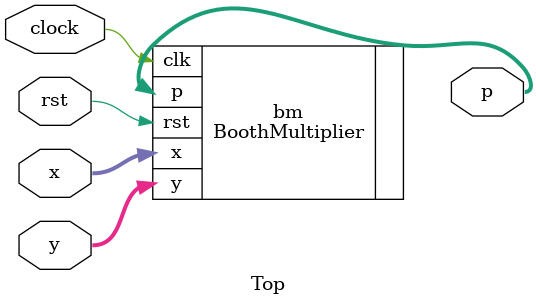
<source format=v>


module Top (
    input wire [7:0] x,
    input wire [7:0] y,
    input clock,
    input rst,
    output wire [15:0] p
);

    BoothMultiplier bm(
        .x(x),
        .y(y),
        .clk(clock),
        .rst(rst),
        .p(p)
    );

endmodule
</source>
